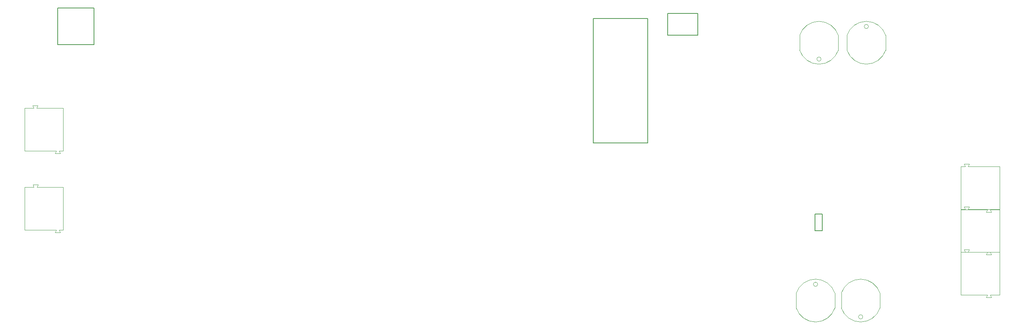
<source format=gbr>
%TF.GenerationSoftware,Altium Limited,Altium Designer,24.3.1 (35)*%
G04 Layer_Color=16711935*
%FSLAX43Y43*%
%MOMM*%
%TF.SameCoordinates,2EF1D394-34E5-4190-8ABA-250447B0B6E5*%
%TF.FilePolarity,Positive*%
%TF.FileFunction,Other,Top_3D_Body*%
%TF.Part,Single*%
G01*
G75*
%TA.AperFunction,NonConductor*%
%ADD88C,0.200*%
%ADD129C,0.100*%
D88*
X8250Y68675D02*
Y77175D01*
X16750D01*
Y68675D02*
Y77175D01*
X8250Y68675D02*
X16750D01*
X145950Y45725D02*
Y74725D01*
X133250Y45725D02*
X145950D01*
X133250D02*
Y74725D01*
X145950D01*
X157600Y70835D02*
Y75915D01*
X150600D02*
X157600D01*
X150600Y70835D02*
Y75915D01*
Y70835D02*
X157600D01*
X184950Y29100D02*
X186650D01*
X184950Y25200D02*
Y29100D01*
Y25200D02*
X186650D01*
Y29100D01*
D129*
X197450Y72900D02*
G03*
X197450Y72900I-500J0D01*
G01*
X201450Y70850D02*
G03*
X192450Y70850I-4500J-1490D01*
G01*
Y67350D02*
G03*
X201450Y67350I4500J1490D01*
G01*
X190400Y70850D02*
G03*
X181400Y70850I-4500J-1490D01*
G01*
Y67350D02*
G03*
X190400Y67350I4500J1490D01*
G01*
X186400Y65300D02*
G03*
X186400Y65300I-500J0D01*
G01*
X185600Y12725D02*
G03*
X185600Y12725I-500J0D01*
G01*
X189600Y10675D02*
G03*
X180600Y10675I-4500J-1490D01*
G01*
Y7175D02*
G03*
X189600Y7175I4500J1490D01*
G01*
X196125Y5125D02*
G03*
X196125Y5125I-500J0D01*
G01*
X191125Y7175D02*
G03*
X200125Y7175I4500J1490D01*
G01*
Y10675D02*
G03*
X191125Y10675I-4500J-1490D01*
G01*
X201450Y67350D02*
Y70850D01*
X192450Y67350D02*
Y70850D01*
X190400Y67350D02*
Y70850D01*
X181400Y67350D02*
Y70850D01*
X220691Y20250D02*
X228041D01*
X219041D02*
X219991D01*
X219041Y10250D02*
Y20250D01*
X228041Y10250D02*
Y20250D01*
X225891Y10250D02*
X228041D01*
X219041D02*
X225191D01*
X224941Y9650D02*
X226141D01*
X225892Y10250D02*
X226141Y9650D01*
X224941D02*
X225191Y10250D01*
X219742Y20850D02*
X219991Y20250D01*
X219742Y20850D02*
X220942D01*
X220692Y20250D02*
X220942Y20850D01*
X189600Y7175D02*
Y10675D01*
X180600Y7175D02*
Y10675D01*
X191125Y7175D02*
Y10675D01*
X200125Y7175D02*
Y10675D01*
X7650Y43225D02*
X7900Y43825D01*
X7650Y43225D02*
X8850D01*
X8600Y43825D02*
X8850Y43225D01*
X3400Y53825D02*
X3650Y54425D01*
X2450D02*
X2700Y53825D01*
X2450Y54425D02*
X3650D01*
X3400Y53825D02*
X9550D01*
X550D02*
X2700D01*
X550Y43825D02*
Y53825D01*
X9550Y43825D02*
Y53825D01*
X8600Y43825D02*
X9550D01*
X550D02*
X7900D01*
X7675Y24775D02*
X7925Y25375D01*
X7675Y24775D02*
X8875D01*
X8625Y25375D02*
X8875Y24775D01*
X3425Y35375D02*
X3675Y35975D01*
X2475D02*
X2725Y35375D01*
X2475Y35975D02*
X3675D01*
X3425Y35375D02*
X9575D01*
X575D02*
X2725D01*
X575Y25375D02*
Y35375D01*
X9575Y25375D02*
Y35375D01*
X8625Y25375D02*
X9575D01*
X575D02*
X7925D01*
X220692Y30250D02*
X220942Y30850D01*
X219742D02*
X220942D01*
X219742D02*
X219991Y30250D01*
X224941Y19650D02*
X225191Y20250D01*
X225892D02*
X226141Y19650D01*
X224941D02*
X226141D01*
X219041Y20250D02*
X225191D01*
X225891D02*
X228041D01*
Y30250D01*
X219041Y20250D02*
Y30250D01*
X219991D01*
X220691D02*
X228041D01*
X220692Y40175D02*
X220942Y40775D01*
X219742D02*
X220942D01*
X219742D02*
X219991Y40175D01*
X224941Y29575D02*
X225191Y30175D01*
X225892D02*
X226141Y29575D01*
X224941D02*
X226141D01*
X219041Y30175D02*
X225191D01*
X225891D02*
X228041D01*
Y40175D01*
X219041Y30175D02*
Y40175D01*
X219991D01*
X220691D02*
X228041D01*
%TF.MD5,d5f32a3500661584260d5373df9a06c7*%
M02*

</source>
